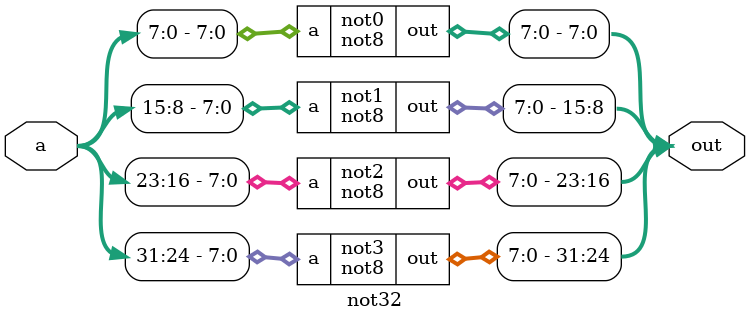
<source format=v>
`timescale 1ns / 1ps

module not8(
    input [7:0] a,
    output [7:0] out
    );
    
    not not0(out[0],a[0]);
    not not1(out[1],a[1]);
    not not2(out[2],a[2]);
    not not3(out[3],a[3]);
    not not4(out[4],a[4]);
    not not5(out[5],a[5]);
    not not6(out[6],a[6]);
    not not7(out[7],a[7]);
endmodule

module not32(
    input [31:0] a,
    output [31:0] out
    );
    not8 not0(a[7:0],out[7:0]);
    not8 not1(a[15:8],out[15:8]);
    not8 not2(a[23:16],out[23:16]);
    not8 not3(a[31:24],out[31:24]);
endmodule

</source>
